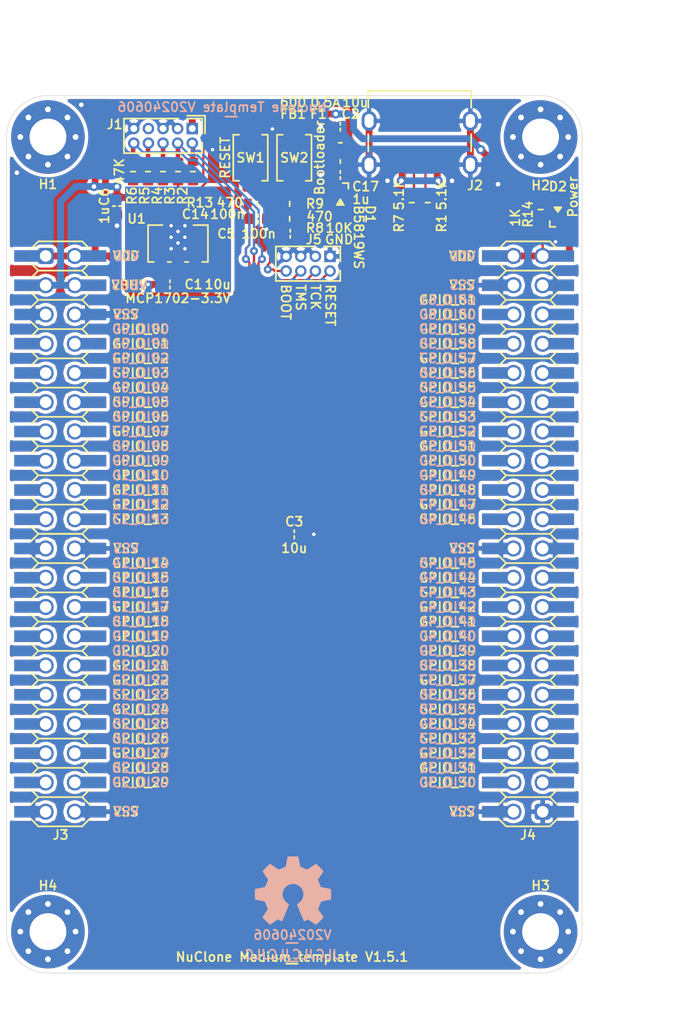
<source format=kicad_pcb>
(kicad_pcb (version 20241229) (generator "pcbnew") (generator_version "9.0")
  (layers (0 "F.Cu" mixed) (2 "B.Cu" mixed) (13 "F.Paste" user) (15 "B.Paste" user) (5 "F.SilkS" user "F.Silkscreen") (7 "B.SilkS" user "B.Silkscreen") (1 "F.Mask" user) (3 "B.Mask" user) (25 "Edge.Cuts" user))
  (net 0 "")
  (net 1 "/VBUS")
  (net 2 "Net-(F1-Pad2)")
  (net 3 "/VDD")
  (net 4 "/VSS")
  (net 5 "Net-(D2-A)")
  (net 6 "/GPIO_28")
  (net 7 "/GPIO_29")
  (net 8 "/GPIO_32")
  (net 9 "/GPIO_31")
  (net 10 "/GPIO_30")
  (net 11 "/GPIO_35")
  (net 12 "/GPIO_34")
  (net 13 "/GPIO_33")
  (net 14 "/TMS")
  (net 15 "/TCK")
  (net 16 "/TDO")
  (net 17 "/TDI")
  (net 18 "/RESET")
  (net 19 "Net-(R13-Pad2)")
  (net 21 "/VUSB")
  (net 22 "Net-(J2-CC1)")
  (net 23 "Net-(J2-CC2)")
  (net 24 "/Bootloader")
  (net 25 "/GPIO_20")
  (net 26 "/GPIO_23")
  (net 27 "/GPIO_27")
  (net 28 "/GPIO_16")
  (net 29 "/GPIO_21")
  (net 30 "/GPIO_19")
  (net 31 "/GPIO_17")
  (net 32 "/GPIO_18")
  (net 33 "/GPIO_15")
  (net 34 "/GPIO_14")
  (net 35 "/GPIO_22")
  (net 36 "/GPIO_24")
  (net 37 "/GPIO_25")
  (net 38 "/GPIO_26")
  (net 39 "/GPIO_13")
  (net 40 "/GPIO_12")
  (net 41 "/GPIO_11")
  (net 42 "/GPIO_10")
  (net 43 "/GPIO_09")
  (net 44 "/GPIO_08")
  (net 45 "/GPIO_07")
  (net 46 "/GPIO_06")
  (net 47 "/GPIO_05")
  (net 48 "/GPIO_04")
  (net 49 "/GPIO_03")
  (net 50 "/GPIO_02")
  (net 51 "/GPIO_01")
  (net 52 "/GPIO_00")
  (net 53 "/GPIO_41")
  (net 54 "/GPIO_40")
  (net 55 "/GPIO_39")
  (net 56 "/GPIO_38")
  (net 57 "/GPIO_37")
  (net 58 "/GPIO_36")
  (net 59 "/GPIO_45")
  (net 60 "/GPIO_44")
  (net 61 "/GPIO_43")
  (net 62 "/GPIO_42")
  (net 63 "/GPIO_61")
  (net 64 "/GPIO_60")
  (net 65 "/GPIO_59")
  (net 66 "/GPIO_58")
  (net 67 "/GPIO_57")
  (net 68 "/GPIO_56")
  (net 69 "/GPIO_55")
  (net 70 "/GPIO_54")
  (net 71 "/GPIO_53")
  (net 72 "/GPIO_52")
  (net 73 "/GPIO_51")
  (net 74 "/GPIO_50")
  (net 75 "/GPIO_49")
  (net 76 "/GPIO_48")
  (net 77 "/GPIO_47")
  (net 78 "/GPIO_46")
  (net 79 "Net-(R9-Pad2)")
  (net 80 "Net-(D1-K)")
  (footprint "SquantorPcbOutline:MountingHole_3.2mm_M3_Pad_Via" (layer "F.Cu") (at 33.6 33.6)
    (property "Reference" "H1")
    (property "Value" "MountingHole")
  )
  (footprint "SquantorPcbOutline:MountingHole_3.2mm_M3_Pad_Via" (layer "F.Cu") (at 76.4 33.6)
    (property "Reference" "H2")
    (property "Value" "MountingHole")
  )
  (footprint "SquantorPcbOutline:MountingHole_3.2mm_M3_Pad_Via" (layer "F.Cu") (at 76.4 102.6)
    (property "Reference" "H3")
    (property "Value" "MountingHole")
  )
  (footprint "SquantorPcbOutline:MountingHole_3.2mm_M3_Pad_Via" (layer "F.Cu") (at 33.6 102.6)
    (property "Reference" "H4")
    (property "Value" "MountingHole")
  )
  (footprint "SquantorCapacitor:C_0603" (layer "F.Cu") (at 59 32.7)
    (property "Reference" "C2")
    (property "Value" "10u")
  )
  (footprint "SquantorFuse:F_0603_hand" (layer "F.Cu") (at 59 34.1 180)
    (property "Reference" "F1")
    (property "Value" "0.5A")
  )
  (footprint "SquantorInductor:L_0603" (layer "F.Cu") (at 59 35.5)
    (property "Reference" "FB1")
    (property "Value" "600")
  )
  (footprint "SquantorConnectors:Header-0127-2X05-H006" (layer "F.Cu") (at 43.6 33.5 180)
    (property "Reference" "J1")
    (property "Value" "JTAG_2X05")
  )
  (footprint "SquantorSwitches:TD-85XU" (layer "F.Cu") (at 51.2 35.4 -90)
    (property "Reference" "SW1")
    (property "Value" "RESET")
  )
  (footprint "SquantorResistor:R_0603_hand" (layer "F.Cu") (at 66.6 39.3 90)
    (property "Reference" "R1")
    (property "Value" "5.1K")
  )
  (footprint "SquantorUsb:USB-C-HRO-31-M-17_aisler" (layer "F.Cu") (at 65.9 36.15 180)
    (property "Reference" "J2")
    (property "Value" "TYPE-C-31-M-12")
  )
  (footprint "SquantorResistor:R_0603_hand" (layer "F.Cu") (at 44.9 36.6 -90)
    (property "Reference" "R3")
    (property "Value" "47K")
  )
  (footprint "SquantorResistor:R_0603_hand" (layer "F.Cu") (at 42.3 36.6 -90)
    (property "Reference" "R5")
    (property "Value" "47K")
  )
  (footprint "SquantorResistor:R_0603_hand" (layer "F.Cu") (at 41 36.6 -90)
    (property "Reference" "R6")
    (property "Value" "47K")
  )
  (footprint "SquantorLabels:Label_Generic" (layer "F.Cu") (at 54.8 104.7875)
    (property "Reference" "N4" (hide yes))
    (property "Value" "NuClone Medium template V1.5.1")
  )
  (footprint "SquantorCapacitor:C_0603" (layer "F.Cu") (at 51.85 40.7 180)
    (property "Reference" "C14")
    (property "Value" "100n")
  )
  (footprint "SquantorResistor:R_0603_hand" (layer "F.Cu") (at 51.8 39.4)
    (property "Reference" "R13")
    (property "Value" "470")
  )
  (footprint "SquantorDiodes:LED_0603_hand" (layer "F.Cu") (at 77.9 39.9 90)
    (property "Reference" "D2")
    (property "Value" "GREEN")
  )
  (footprint "SquantorResistor:R_0603_hand" (layer "F.Cu") (at 76.4 39.9 -90)
    (property "Reference" "R14")
    (property "Value" "1K")
  )
  (footprint "SquantorConnectorsNamed:nuclone_medium_right_stacked" (layer "F.Cu") (at 75.31 68.06 90)
    (property "Reference" "J4")
    (property "Value" "nuclone_medium_right")
  )
  (footprint "SquantorCapacitor:C_0603" (layer "F.Cu") (at 59 36.9)
    (property "Reference" "C17")
    (property "Value" "1u")
  )
  (footprint "SquantorResistor:R_0603_hand" (layer "F.Cu") (at 65.2 39.3 90)
    (property "Reference" "R7")
    (property "Value" "5.1K")
  )
  (footprint "SquantorResistor:R_0603_hand" (layer "F.Cu") (at 54.6 40.7)
    (property "Reference" "R8")
    (property "Value" "10K")
  )
  (footprint "SquantorSwitches:TD-85XU" (layer "F.Cu") (at 55 35.4 -90)
    (property "Reference" "SW2")
    (property "Value" "Bootloader")
  )
  (footprint "SquantorResistor:R_0603_hand" (layer "F.Cu") (at 46.2 36.6 -90)
    (property "Reference" "R2")
    (property "Value" "47K")
  )
  (footprint "SquantorResistor:R_0603_hand" (layer "F.Cu") (at 43.6 36.6 -90)
    (property "Reference" "R4")
    (property "Value" "47K")
  )
  (footprint "SquantorCapacitor:C_0603" (layer "F.Cu") (at 55 68.1)
    (property "Reference" "C3")
    (property "Value" "10u")
  )
  (footprint "SquantorConnectorsNamed:nuclone_medium_left_stacked" (layer "F.Cu") (at 34.67 68.06 -90)
    (property "Reference" "J3")
    (property "Value" "nuclone_medium_left")
  )
  (footprint "SquantorIC:SOT89-NXP" (layer "F.Cu") (at 44.9 43.2)
    (property "Reference" "U1")
    (property "Value" "MCP1702-3.3V")
  )
  (footprint "SquantorCapacitor:C_0603" (layer "F.Cu") (at 44.2 46.4 180)
    (property "Reference" "C1")
    (property "Value" "10u")
  )
  (footprint "SquantorCapacitor:C_0603" (layer "F.Cu") (at 54.65 42)
    (property "Reference" "C5")
    (property "Value" "100n")
  )
  (footprint "SquantorResistor:R_0603_hand" (layer "F.Cu") (at 54.6 39.4)
    (property "Reference" "R9")
    (property "Value" "470")
  )
  (footprint "SquantorCapacitor:C_0603" (layer "F.Cu") (at 39.6 39.6 90)
    (property "Reference" "C6")
    (property "Value" "1u")
  )
  (footprint "SquantorConnectors:Header-0127-2X04-H006" (layer "F.Cu") (at 56.2 44.6 180)
    (property "Reference" "J5")
    (property "Value" "Conn_02x06_Odd_Even")
  )
  (footprint "SquantorDiodes:SOD-323-nexperia-hand" (layer "F.Cu") (at 59 39.3 -90)
    (property "Reference" "D1")
    (property "Value" "B5819WS")
  )
  (footprint "SquantorLabels:Label_Generic" (layer "B.Cu") (at 54.8 102.9875 180)
    (property "Reference" "N2" (hide yes))
    (property "Value" "V20240606")
  )
  (footprint "Symbol:OSHW-Symbol_6.7x6mm_SilkScreen" (layer "B.Cu") (at 54.9 99.05 180)
    (property "Reference" "N1" (hide yes))
    (property "Value" "OHWLOGO" (hide yes))
  )
  (footprint "SquantorLabels:Label_Generic" (layer "B.Cu") (at 54.8 104.5875 180)
    (property "Reference" "N3" (hide yes))
    (property "Value" "JLCJLCJLCJLC")
  )
  (footprint "SquantorLabels:Label_Generic" (layer "B.Cu") (at 49.529 31.23 180)
    (property "Reference" "N5" (hide yes))
    (property "Value" "Nuclone Template V20240606")
  )
  (gr_line (start 47.25 31.75) (end 45.7 31.75) (stroke (width 0.15)) (layer "F.SilkS"))
  (gr_line (start 47.25 31.75) (end 47.25 33.3) (stroke (width 0.15)) (layer "F.SilkS"))
  (gr_line (start 33.6 106.2) (end 76.4 106.2) (stroke (width 0.05)) (layer "Edge.Cuts"))
  (gr_arc (start 76.4 30) (mid 78.945584 31.054416) (end 80 33.6) (stroke (width 0.05)) (layer "Edge.Cuts"))
  (gr_line (start 30 33.6) (end 30 102.6) (stroke (width 0.05)) (layer "Edge.Cuts"))
  (gr_line (start 80 102.6) (end 80 33.6) (stroke (width 0.05)) (layer "Edge.Cuts"))
  (gr_arc (start 80 102.6) (mid 78.945584 105.145584) (end 76.4 106.2) (stroke (width 0.05)) (layer "Edge.Cuts"))
  (gr_arc (start 33.6 106.2) (mid 31.054416 105.145584) (end 30 102.6) (stroke (width 0.05)) (layer "Edge.Cuts"))
  (gr_arc (start 30 33.6) (mid 31.054416 31.054416) (end 33.6 30) (stroke (width 0.05)) (layer "Edge.Cuts"))
  (gr_line (start 76.4 30) (end 33.6 30) (stroke (width 0.05)) (layer "Edge.Cuts"))
  (gr_text "GND" (at 58.9 42.5 0) (layer "F.SilkS") (effects (font (size 0.8 0.8) (thickness 0.15) (bold yes))))
  (gr_text "Power" (at 79.2 38.8 90) (layer "F.SilkS") (effects (font (size 0.8 0.8) (thickness 0.15) (bold yes))))
  (gr_text "RESET\nTCK\nTMS\nBOOT" (at 53.8 46.3 270) (layer "F.SilkS") (effects (font (size 0.8 0.8) (thickness 0.15) (bold yes)) (justify left bottom)))
  (segment (start 59.75 32.7) (end 59.75 34.1) (width 0.6) (layer "F.Cu") (net 1))
  (segment (start 44.9 41.8) (end 44.9 41.9) (width 0.6) (layer "F.Cu") (net 1))
  (segment (start 44.9 42.8) (end 44.9 42.6) (width 0.6) (layer "F.Cu") (net 1))
  (segment (start 44.3 41.3) (end 44.8 41.8) (width 0.6) (layer "F.Cu") (net 1))
  (segment (start 59.272793 30.7) (end 59.75 31.177207) (width 0.6) (layer "F.Cu") (net 1))
  (segment (start 44.3 42.3) (end 44.9 42.8) (width 0.6) (layer "F.Cu") (net 1))
  (segment (start 44.8 41.8) (end 44.9 41.8) (width 0.6) (layer "F.Cu") (net 1))
  (segment (start 44.9 41.9) (end 44.9 41.9) (width 0.6) (layer "F.Cu") (net 1))
  (segment (start 44.75 38.85) (end 44.9 39) (width 0.6) (layer "F.Cu") (net 1))
  (segment (start 37.7 37.8) (end 37.7 32.6) (width 0.6) (layer "F.Cu") (net 1))
  (segment (start 39.6 38.85) (end 44.75 38.85) (width 0.6) (layer "F.Cu") (net 1))
  (segment (start 39.6 30.7) (end 59.272793 30.7) (width 0.6) (layer "F.Cu") (net 1))
  (segment (start 44.9 39) (end 44.9 41.8) (width 0.6) (layer "F.Cu") (net 1))
  (segment (start 37.6 37.9) (end 37.7 37.8) (width 0.6) (layer "F.Cu") (net 1))
  (segment (start 59.75 31.177207) (end 59.75 32.7) (width 0.6) (layer "F.Cu") (net 1))
  (segment (start 44.9 41.9) (end 44.3 42.3) (width 0.6) (layer "F.Cu") (net 1))
  (segment (start 39.6 37.9) (end 39.6 38.85) (width 0.6) (layer "F.Cu") (net 1))
  (segment (start 37.7 32.6) (end 39.6 30.7) (width 0.6) (layer "F.Cu") (net 1))
  (via (at 44.9 41.8) (size 0.7) (drill 0.3) (layers "F.Cu" "B.Cu") (net 1))
  (via (at 44.9 42.8) (size 0.7) (drill 0.3) (layers "F.Cu" "B.Cu") (net 1))
  (via (at 44.3 41.3) (size 0.7) (drill 0.3) (layers "F.Cu" "B.Cu") (net 1))
  (via (at 45.5 42.3) (size 0.7) (drill 0.3) (layers "F.Cu" "B.Cu") (net 1))
  (via (at 37.6 37.9) (size 0.8) (drill 0.4) (layers "F.Cu" "B.Cu") (net 1))
  (via (at 45.5 43.3) (size 0.7) (drill 0.3) (layers "F.Cu" "B.Cu") (net 1))
  (via (at 44.3 43.3) (size 0.7) (drill 0.3) (layers "F.Cu" "B.Cu") (net 1))
  (via (at 39.6 37.9) (size 0.8) (drill 0.4) (layers "F.Cu" "B.Cu") (net 1))
  (via (at 45.5 41.3) (size 0.7) (drill 0.3) (layers "F.Cu" "B.Cu") (net 1))
  (via (at 44.3 42.3) (size 0.7) (drill 0.3) (layers "F.Cu" "B.Cu") (net 1))
  (segment (start 37.6 37.9) (end 36 37.9) (width 0.6) (layer "B.Cu") (net 1))
  (segment (start 36 37.9) (end 34.7 39.2) (width 0.6) (layer "B.Cu") (net 1))
  (segment (start 34.7 46.47) (end 35.94 46.47) (width 0.6) (layer "B.Cu") (net 1))
  (segment (start 33.4 46.47) (end 34.7 46.47) (width 0.6) (layer "B.Cu") (net 1))
  (segment (start 37.6 37.9) (end 39.6 37.9) (width 0.6) (layer "B.Cu") (net 1))
  (segment (start 34.7 39.2) (end 34.7 46.47) (width 0.6) (layer "B.Cu") (net 1))
  (segment (start 36.93 46.47) (end 35.94 46.47) (width 0.6) (layer "B.Cu") (net 1))
  (segment (start 37 46.4) (end 36.93 46.47) (width 0.6) (layer "B.Cu") (net 1))
  (segment (start 58.25 35.5) (end 58.25 34.1) (width 0.6) (layer "F.Cu") (net 2))
  (segment (start 38.8 37.1) (end 40.1 37.1) (width 0.2) (layer "F.Cu") (net 3))
  (segment (start 56.3 40.4) (end 56 40.7) (width 0.6) (layer "F.Cu") (net 3))
  (segment (start 46.4 45.8) (end 45.8 46.4) (width 0.6) (layer "F.Cu") (net 3))
  (segment (start 46.75 37.45) (end 47.1 37.1) (width 0.2) (layer "F.Cu") (net 3))
  (segment (start 46.2 37.45) (end 46.75 37.45) (width 0.2) (layer "F.Cu") (net 3))
  (segment (start 76.58 42.98) (end 76.58 43.93) (width 0.2) (layer "F.Cu") (net 3))
  (segment (start 46.4 44.95) (end 46.4 45.8) (width 0.6) (layer "F.Cu") (net 3))
  (segment (start 46.14 32.865) (end 46.14 31.64) (width 0.6) (layer "F.Cu") (net 3))
  (segment (start 47.1 31.6) (end 46.1 31.6) (width 0.6) (layer "F.Cu") (net 3))
  (segment (start 76.58 43.93) (end 74.04 43.93) (width 0.6) (layer "F.Cu") (net 3))
  (segment (start 38.6 33) (end 40 31.6) (width 0.6) (layer "F.Cu") (net 3))
  (segment (start 38.6 36.9) (end 38.6 33) (width 0.6) (layer "F.Cu") (net 3))
  (segment (start 54.25 52.65) (end 54.25 68.1) (width 0.6) (layer "F.Cu") (net 3))
  (segment (start 40 31.6) (end 46.1 31.6) (width 0.6) (layer "F.Cu") (net 3))
  (segment (start 39.7 46) (end 39.7 44.7) (width 0.6) (layer "F.Cu") (net 3))
  (segment (start 56.3 31.6) (end 56.3 40.4) (width 0.6) (layer "F.Cu") (net 3))
  (segment (start 42.3 37.45) (end 41 37.45) (width 0.2) (layer "F.Cu") (net 3))
  (segment (start 40.1 37.1) (end 40.45 37.45) (width 0.2) (layer "F.Cu") (net 3))
  (segment (start 78.9 43.9) (end 78.87 43.93) (width 0.6) (layer "F.Cu") (net 3))
  (segment (start 79.1 42.6) (end 78.9 42.8) (width 0.6) (layer "F.Cu") (net 3))
  (segment (start 38.6 36.9) (end 38.8 37.1) (width 0.2) (layer "F.Cu") (net 3))
  (segment (start 41.1 47.4) (end 39.7 46) (width 0.6) (layer "F.Cu") (net 3))
  (segment (start 58.6 31.6) (end 47.1 31.6) (width 0.6) (layer "F.Cu") (net 3))
  (segment (start 71.2 34.7) (end 74.4 37.9) (width 0.6) (layer "F.Cu") (net 3))
  (segment (start 37.7 43.93) (end 37.02 43.93) (width 0.6) (layer "F.Cu") (net 3))
  (segment (start 44.9 47.4) (end 49 47.4) (width 0.6) (layer "F.Cu") (net 3))
  (segment (start 38.6 36.9) (end 38.6 39.3) (width 0.6) (layer "F.Cu") (net 3))
  (segment (start 46.14 31.64) (end 46.1 31.6) (width 0.6) (layer "F.Cu") (net 3))
  (segment (start 40.45 37.45) (end 41 37.45) (width 0.2) (layer "F.Cu") (net 3))
  (segment (start 78.9 42.8) (end 78.9 43.9) (width 0.6) (layer "F.Cu") (net 3))
  (segment (start 38.6 39.3) (end 37.7 40.2) (width 0.6) (layer "F.Cu") (net 3))
  (segment (start 76.4 40.75) (end 76.4 42.8) (width 0.2) (layer "F.Cu") (net 3))
  (segment (start 76.4 42.8) (end 76.58 42.98) (width 0.2) (layer "F.Cu") (net 3))
  (segment (start 49 47.4) (end 54.25 52.65) (width 0.6) (layer "F.Cu") (net 3))
  (segment (start 56 40.7) (end 55.45 40.7) (width 0.6) (layer "F.Cu") (net 3))
  (segment (start 44.9 47.4) (end 41.1 47.4) (width 0.6) (layer "F.Cu") (net 3))
  (segment (start 43.6 37.45) (end 42.3 37.45) (width 0.2) (layer "F.Cu") (net 3))
  (segment (start 37.7 40.2) (end 37.7 43.93) (width 0.6) (layer "F.Cu") (net 3))
  (segment (start 44.95 47.35) (end 44.9 47.4) (width 0.6) (layer "F.Cu") (net 3))
  (segment (start 74.4 37.9) (end 78.8 37.9) (width 0.6) (layer "F.Cu") (net 3))
  (segment (start 38.93 43.93) (end 37.02 43.93) (width 0.6) (layer "F.Cu") (net 3))
  (segment (start 78.8 37.9) (end 79.1 38.2) (width 0.6) (layer "F.Cu") (net 3))
  (segment (start 79.1 38.2) (end 79.1 42.6) (width 0.6) (layer "F.Cu") (net 3))
  (segment (start 44.95 46.4) (end 44.95 47.35) (width 0.6) (layer "F.Cu") (net 3))
  (segment (start 32.32 43.93) (end 35.94 43.93) (width 0.6) (layer "F.Cu") (net 3))
  (segment (start 47.1 37.1) (end 47.1 31.6) (width 0.2) (layer "F.Cu") (net 3))
  (segment (start 45.8 46.4) (end 44.95 46.4) (width 0.6) (layer "F.Cu") (net 3))
  (segment (start 39.7 44.7) (end 38.93 43.93) (width 0.6) (layer "F.Cu") (net 3))
  (segment (start 78.87 43.93) (end 77.66 43.93) (width 0.6) (layer "F.Cu") (net 3))
  (via (at 71.2 34.7) (size 0.8) (drill 0.4) (layers "F.Cu" "B.Cu") (net 3))
  (via (at 58.6 31.6) (size 0.8) (drill 0.4) (layers "F.Cu" "B.Cu") (net 3))
  (segment (start 60.15 32.05) (end 59.7 31.6) (width 0.6) (layer "B.Cu") (net 3))
  (segment (start 60.95 33.75) (end 60.15 32.95) (width 0.6) (layer "B.Cu") (net 3))
  (segment (start 70.25 33.75) (end 60.95 33.75) (width 0.6) (layer "B.Cu") (net 3))
  (segment (start 59.7 31.6) (end 58.6 31.6) (width 0.6) (layer "B.Cu") (net 3))
  (segment (start 71.2 34.7) (end 70.25 33.75) (width 0.6) (layer "B.Cu") (net 3))
  (segment (start 60.15 32.95) (end 60.15 32.05) (width 0.6) (layer "B.Cu") (net 3))
  (segment (start 54.6 32.9) (end 53.1 32.9) (width 0.4) (layer "F.Cu") (net 4))
  (segment (start 63.15 37.35) (end 63.1 37.4) (width 0.6) (layer "F.Cu") (net 4))
  (segment (start 61.5 32.2) (end 61.5 36) (width 0.6) (layer "F.Cu") (net 4))
  (segment (start 68.65 37.35) (end 68.7 37.4) (width 0.6) (layer "F.Cu") (net 4))
  (segment (start 39.6 40.35) (end 39.6 41.3) (width 0.2) (layer "F.Cu") (net 4))
  (segment (start 47.9 37) (end 47.9 34.7) (width 0.2) (layer "F.Cu") (net 4))
  (segment (start 52.6 41.6) (end 52.6 40.7) (width 0.2) (layer "F.Cu") (net 4))
  (segment (start 57.3 32.7) (end 58.25 32.7) (width 0.6) (layer "F.Cu") (net 4))
  (segment (start 57.3 36.9) (end 58.25 36.9) (width 0.6) (layer "F.Cu") (net 4))
  (segment (start 43.4 44.95) (end 43.4 46.35) (width 0.6) (layer "F.Cu") (net 4))
  (segment (start 44.9 37.9) (end 45.1 38.1) (width 0.2) (layer "F.Cu") (net 4))
  (segment (start 45.1 38.1) (end 46.8 38.1) (width 0.2) (layer "F.Cu") (net 4))
  (segment (start 68.65 36.15) (end 68.65 37.35) (width 0.6) (layer "F.Cu") (net 4))
  (segment (start 63.15 36.15) (end 63.15 37.35) (width 0.6) (layer "F.Cu") (net 4))
  (segment (start 51.2 32.9) (end 53.1 32.9) (width 0.4) (layer "F.Cu") (net 4))
  (segment (start 44.9 37.45) (end 44.9 37.9) (width 0.2) (layer "F.Cu") (net 4))
  (segment (start 70.3 32.2) (end 70.3 36) (width 0.6) (layer "F.Cu") (net 4))
  (segment (start 46.8 38.1) (end 47.9 37) (width 0.2) (layer "F.Cu") (net 4))
  (segment (start 43.4 46.35) (end 43.45 46.4) (width 0.6) (layer "F.Cu") (net 4))
  (segment (start 42.3 46.4) (end 43.45 46.4) (width 0.6) (layer "F.Cu") (net 4))
  (via (at 53.1 32.9) (size 0.7) (drill 0.3) (layers "F.Cu" "B.Cu") (net 4))
  (via (at 72.7 37.7) (size 0.8) (drill 0.4) (layers "F.Cu" "B.Cu") (net 4))
  (via (at 30.9 36.7) (size 0.8) (drill 0.4) (layers "F.Cu" "B.Cu") (net 4))
  (via (at 77.7 42.7) (size 0.7) (drill 0.3) (layers "F.Cu" "B.Cu") (net 4))
  (via (at 39.6 41.3) (size 0.8) (drill 0.4) (layers "F.Cu" "B.Cu") (net 4))
  (via (at 56.7 68.1) (size 0.7) (drill 0.3) (layers "F.Cu" "B.Cu") (net 4))
  (via (at 63.1 37.4) (size 0.8) (drill 0.4) (layers "F.Cu" "B.Cu") (net 4))
  (via (at 57.3 32.7) (size 0.8) (drill 0.4) (layers "F.Cu" "B.Cu") (net 4))
  (via (at 68.7 37.4) (size 0.8) (drill 0.4) (layers "F.Cu" "B.Cu") (net 4))
  (via (at 36.5 30.8) (size 0.8) (drill 0.4) (layers "F.Cu" "B.Cu") (net 4))
  (via (at 47.9 34.7) (size 0.7) (drill 0.3) (layers "F.Cu" "B.Cu") (net 4))
  (via (at 52.6 41.6) (size 0.7) (drill 0.3) (layers "F.Cu" "B.Cu") (net 4))
  (via (at 57.3 36.9) (size 0.8) (drill 0.4) (layers "F.Cu" "B.Cu") (net 4))
  (via (at 42.3 46.4) (size 0.7) (drill 0.3) (layers "F.Cu" "B.Cu") (net 4))
  (segment (start 42.3 48.4) (end 42.3 46.4) (width 0.6) (layer "B.Cu") (net 4))
  (segment (start 41.69 49.01) (end 42.3 48.4) (width 0.6) (layer "B.Cu") (net 4))
  (segment (start 35.94 49.01) (end 41.69 49.01) (width 0.6) (layer "B.Cu") (net 4))
  (segment (start 76.4 39.05) (end 77.9 39.05) (width 0.2) (layer "F.Cu") (net 5))
  (segment (start 46.2 34.195) (end 46.14 34.135) (width 0.4) (layer "F.Cu") (net 14))
  (segment (start 54.765 46.035) (end 52.435 46.035) (width 0.2) (layer "F.Cu") (net 14))
  (segment (start 55.565 45.235) (end 54.765 46.035) (width 0.2) (layer "F.Cu") (net 14))
  (segment (start 46.2 35.75) (end 46.2 34.195) (width 0.4) (layer "F.Cu") (net 14))
  (segment (start 51.9 44.5) (end 52.2 44.2) (width 0.2) (layer "F.Cu") (net 14))
  (segment (start 51.9 45.5) (end 51.9 44.5) (width 0.2) (layer "F.Cu") (net 14))
  (segment (start 52.435 46.035) (end 51.9 45.5) (width 0.2) (layer "F.Cu") (net 14))
  (via (at 52.2 44.2) (size 0.7) (drill 0.3) (layers "F.Cu" "B.Cu") (net 14))
  (segment (start 52.2 44.2) (end 52.2 43.280761) (width 0.2) (layer "B.Cu") (net 14))
  (segment (start 46.14 34.8) (end 46.14 34.135) (width 0.2) (layer "B.Cu") (net 14))
  (segment (start 46.765685 34.8) (end 46.14 34.8) (width 0.2) (layer "B.Cu") (net 14))
  (segment (start 52.2 43.280761) (end 51.9 42.980761) (width 0.2) (layer "B.Cu") (net 14))
  (segment (start 51.9 42.980761) (end 51.9 39.934314) (width 0.2) (layer "B.Cu") (net 14))
  (segment (start 51.9 39.934314) (end 46.765685 34.8) (width 0.2) (layer "B.Cu") (net 14))
  (segment (start 56.065 46.035) (end 55.330686 46.035) (width 0.2) (layer "F.Cu") (net 15))
  (segment (start 56.835 45.235) (end 56.835 45.265) (width 0.2) (layer "F.Cu") (net 15))
  (segment (start 44.9 35.75) (end 44.9 34.165) (width 0.4) (layer "F.Cu") (net 15))
  (segment (start 44.9 34.165) (end 44.87 34.135) (width 0.4) (layer "F.Cu") (net 15))
  (segment (start 54.930686 46.435) (end 52.269315 46.435) (width 0.2) (layer "F.Cu") (net 15))
  (segment (start 56.835 45.265) (end 56.065 46.035) (width 0.2) (layer "F.Cu") (net 15))
  (segment (start 51.5 45.665685) (end 51.5 43.5) (width 0.2) (layer "F.Cu") (net 15))
  (segment (start 52.269315 46.435) (end 51.5 45.665685) (width 0.2) (layer "F.Cu") (net 15))
  (segment (start 55.330686 46.035) (end 54.930686 46.435) (width 0.2) (layer "F.Cu") (net 15))
  (via (at 51.5 43.5) (size 0.7) (drill 0.3) (layers "F.Cu" "B.Cu") (net 15))
  (segment (start 45.935 35.2) (end 44.87 34.135) (width 0.2) (layer "B.Cu") (net 15))
  (segment (start 46.6 35.2) (end 45.935 35.2) (width 0.2) (layer "B.Cu") (net 15))
  (segment (start 51.5 43.5) (end 51.5 40.1) (width 0.2) (layer "B.Cu") (net 15))
  (segment (start 51.5 40.1) (end 46.6 35.2) (width 0.2) (layer "B.Cu") (net 15))
  (segment (start 43.6 35.75) (end 43.6 34.135) (width 0.4) (layer "F.Cu") (net 16))
  (segment (start 42.3 34.165) (end 42.33 34.135) (width 0.4) (layer "F.Cu") (net 17))
  (segment (start 42.3 35.75) (end 42.3 34.165) (width 0.4) (layer "F.Cu") (net 17))
  (segment (start 55.496372 46.435) (end 55.096371 46.835) (width 0.2) (layer "F.Cu") (net 18))
  (segment (start 51.1 42.980761) (end 51.1 40.7) (width 0.2) (layer "F.Cu") (net 18))
  (segment (start 52.035 46.835) (end 51.1 45.9) (width 0.2) (layer "F.Cu") (net 18))
  (segment (start 41 35.75) (end 41 34.195) (width 0.4) (layer "F.Cu") (net 18))
  (segment (start 50.95 39.4) (end 50.95 40.55) (width 0.2) (layer "F.Cu") (net 18))
  (segment (start 51.1 44.5) (end 50.8 44.2) (width 0.2) (layer "F.Cu") (net 18))
  (segment (start 56.230685 46.435) (end 55.496372 46.435) (width 0.2) (layer "F.Cu") (net 18))
  (segment (start 50.8 43.280761) (end 51.1 42.980761) (width 0.2) (layer "F.Cu") (net 18))
  (segment (start 41 34.195) (end 41.06 34.135) (width 0.4) (layer "F.Cu") (net 18))
  (segment (start 50.95 40.55) (end 51.1 40.7) (width 0.2) (layer "F.Cu") (net 18))
  (segment (start 57.305 46.035) (end 56.630686 46.035) (width 0.2) (layer "F.Cu") (net 18))
  (segment (start 51.1 45.9) (end 51.1 44.5) (width 0.2) (layer "F.Cu") (net 18))
  (segment (start 55.096371 46.835) (end 52.035 46.835) (width 0.2) (layer "F.Cu") (net 18))
  (segment (start 50.8 44.2) (end 50.8 43.280761) (width 0.2) (layer "F.Cu") (net 18))
  (segment (start 58.105 45.235) (end 57.305 46.035) (width 0.2) (layer "F.Cu") (net 18))
  (segment (start 56.630686 46.035) (end 56.230685 46.435) (width 0.2) (layer "F.Cu") (net 18))
  (via (at 50.8 44.2) (size 0.7) (drill 0.3) (layers "F.Cu" "B.Cu") (net 18))
  (segment (start 51.1 40.265686) (end 46.434314 35.6) (width 0.2) (layer "B.Cu") (net 18))
  (segment (start 50.8 43.280761) (end 51.1 42.980761) (width 0.2) (layer "B.Cu") (net 18))
  (segment (start 46.434314 35.6) (end 45.769314 35.6) (width 0.2) (layer "B.Cu") (net 18))
  (segment (start 50.8 44.2) (end 50.8 43.280761) (width 0.2) (layer "B.Cu") (net 18))
  (segment (start 45.769314 35.6) (end 45.104314 34.935) (width 0.2) (layer "B.Cu") (net 18))
  (segment (start 45.104314 34.935) (end 41.86 34.935) (width 0.2) (layer "B.Cu") (net 18))
  (segment (start 41.86 34.935) (end 41.06 34.135) (width 0.2) (layer "B.Cu") (net 18))
  (segment (start 51.1 42.980761) (end 51.1 40.265686) (width 0.2) (layer "B.Cu") (net 18))
  (segment (start 51.2 37.9) (end 52.1 37.9) (width 0.2) (layer "F.Cu") (net 19))
  (segment (start 52.65 38.45) (end 52.65 39.4) (width 0.2) (layer "F.Cu") (net 19))
  (segment (start 52.1 37.9) (end 52.65 38.45) (width 0.2) (layer "F.Cu") (net 19))
  (segment (start 64.38 37.32) (end 64.3 37.4) (width 0.6) (layer "F.Cu") (net 21))
  (segment (start 63.8 38.4) (end 61.7 38.4) (width 0.6) (layer "F.Cu") (net 21))
  (segment (start 59.75 40.35) (end 59 40.35) (width 0.6) (layer "F.Cu") (net 21))
  (segment (start 64.3 37.4) (end 64.3 37.9) (width 0.6) (layer "F.Cu") (net 21))
  (segment (start 61.7 38.4) (end 59.75 40.35) (width 0.6) (layer "F.Cu") (net 21))
  (segment (start 64.38 36.15) (end 64.38 37.32) (width 0.6) (layer "F.Cu") (net 21))
  (segment (start 67.42 37.32) (end 67.5 37.4) (width 0.6) (layer "F.Cu") (net 21))
  (segment (start 64.3 37.9) (end 63.8 38.4) (width 0.6) (layer "F.Cu") (net 21))
  (segment (start 67.42 36.15) (end 67.42 37.32) (width 0.6) (layer "F.Cu") (net 21))
  (via (at 67.5 37.4) (size 0.8) (drill 0.4) (layers "F.Cu" "B.Cu") (net 21))
  (via (at 64.3 37.4) (size 0.8) (drill 0.4) (layers "F.Cu" "B.Cu") (net 21))
  (segment (start 67.5 37.4) (end 64.3 37.4) (width 0.6) (layer "B.Cu") (net 21))
  (segment (start 66.4 38.25) (end 66.6 38.45) (width 0.2) (layer "F.Cu") (net 22))
  (segment (start 66.4 36.15) (end 66.4 38.25) (width 0.2) (layer "F.Cu") (net 22))
  (segment (start 65.4 38.25) (end 65.2 38.45) (width 0.2) (layer "F.Cu") (net 23))
  (segment (start 65.4 36.15) (end 65.4 38.25) (width 0.2) (layer "F.Cu") (net 23))
  (segment (start 53.305 45.235) (end 54.295 45.235) (width 0.2) (layer "F.Cu") (net 24))
  (segment (start 53.9 42) (end 53.9 42.7) (width 0.2) (layer "F.Cu") (net 24))
  (segment (start 52.7 45.1) (end 53.17 45.1) (width 0.2) (layer "F.Cu") (net 24))
  (segment (start 53.75 40.7) (end 53.75 41.85) (width 0.2) (layer "F.Cu") (net 24))
  (segment (start 53.75 41.85) (end 53.9 42) (width 0.2) (layer "F.Cu") (net 24))
  (segment (start 52.9 43.7) (end 52.9 44.5) (width 0.2) (layer "F.Cu") (net 24))
  (segment (start 53.75 39.4) (end 53.75 40.7) (width 0.2) (layer "F.Cu") (net 24))
  (segment (start 52.7 44.7) (end 52.7 45.1) (width 0.2) (layer "F.Cu") (net 24))
  (segment (start 52.9 44.5) (end 52.7 44.7) (width 0.2) (layer "F.Cu") (net 24))
  (segment (start 53.17 45.1) (end 53.305 45.235) (width 0.2) (layer "F.Cu") (net 24))
  (segment (start 53.9 42.7) (end 52.9 43.7) (width 0.2) (layer "F.Cu") (net 24))
  (via (at 52.7 45.1) (size 0.7) (drill 0.3) (layers "F.Cu" "B.Cu") (net 24))
  (segment (start 55.4 37.9) (end 55.45 37.95) (width 0.2) (layer "F.Cu") (net 79))
  (segment (start 55 37.9) (end 55.4 37.9) (width 0.2) (layer "F.Cu") (net 79))
  (segment (start 55.45 37.95) (end 55.45 39.4) (width 0.2) (layer "F.Cu") (net 79))
  (segment (start 59.55 38.25) (end 59 38.25) (width 0.6) (layer "F.Cu") (net 80))
  (segment (start 59.75 36.9) (end 59.75 35.5) (width 0.6) (layer "F.Cu") (net 80))
  (segment (start 59.75 36.9) (end 59.75 38.05) (width 0.6) (layer "F.Cu") (net 80))
  (segment (start 59.75 38.05) (end 59.55 38.25) (width 0.6) (layer "F.Cu") (net 80))
  (zone (net 4) (net_name "/VSS") (layer "F.Cu") (connect_pads (clearance 0.3)) (min_thickness 0.3) (fill yes (thermal_gap 0.3) (thermal_bridge_width 0.4))
    (polygon (pts (xy 80 106.2) (xy 30 106.2) (xy 30 30) (xy 80 30)))
  )
  (zone (net 0) (net_name "") (layer "F.Cu") (connect_pads (clearance 0)) (min_thickness 0.254)
    (keepout (tracks allowed) (vias allowed) (pads allowed) (copperpour not_allowed) (footprints allowed))
    (fill (thermal_gap 0.508) (thermal_bridge_width 0.508))
    (polygon (pts (xy 70.4 36.4) (xy 61.4 36.4) (xy 61.4 29.7) (xy 70.4 29.7)))
  )
  (zone (net 1) (net_name "/VBUS") (layers "F.Cu" "B.Cu") (priority 1) (connect_pads (clearance 0.3)) (min_thickness 0.2) (fill yes (thermal_gap 0.2) (thermal_bridge_width 0.4))
    (polygon (pts (xy 49.5 37.9) (xy 49.5 47.1) (xy 40.3 47.1) (xy 40.3 37.9)))
  )
  (zone (net 4) (net_name "/VSS") (layer "B.Cu") (connect_pads (clearance 0.3)) (min_thickness 0.3) (fill yes (thermal_gap 0.3) (thermal_bridge_width 0.4))
    (polygon (pts (xy 30 30) (xy 80 30) (xy 80 106.2) (xy 30 106.2)))
  )
)
</source>
